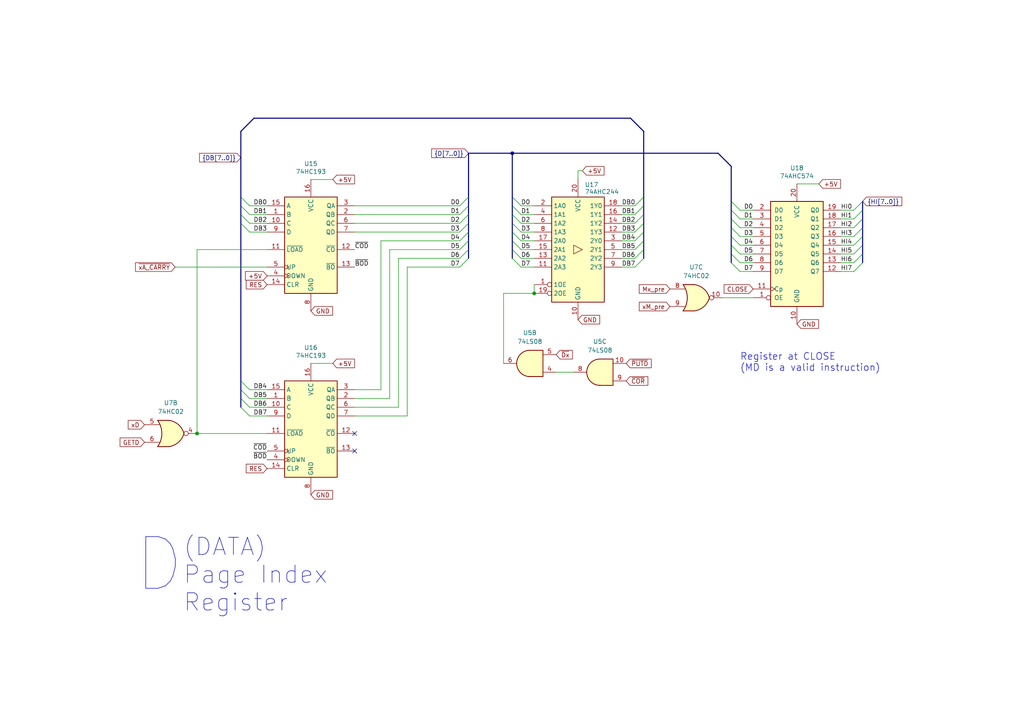
<source format=kicad_sch>
(kicad_sch (version 20231120) (generator "eeschema") (generator_version "8.0")
  (paper "A4")
  (title_block (title "Myth Microcontroller Project") (date "2024-09-21") (rev "1") (company "Picwok.com") (comment 1 "Project Contact: mim@ok-schalter.de (Michael)") (comment 2 "Author: Copyr. 2024 Michael Mangelsdorf/Dosflange@github") (comment 3 "Instruction Decoder Module") (comment 4 "D Register"))
  (lib_symbols
    (symbol "74xx:74AHC244"
      (property "Reference" "U" (at -7.62 16.51 0))
      (property "Value" "74AHC244" (at -7.62 -16.51 0))
      (symbol "74AHC244_1_0"
        (polyline (pts (xy 1.27 0) (xy -1.27 1.27) (xy -1.27 -1.27) (xy 1.27 0)) (stroke (width 0.1524)))
        (pin input inverted (at -12.7 -10.16 0) (length 5.08) (name "1OE") (number "1"))
        (pin power_in line (at 0 -20.32 90) (length 5.08) (name "GND") (number "10"))
        (pin input line (at -12.7 -5.08 0) (length 5.08) (name "2A3") (number "11"))
        (pin tri_state line (at 12.7 5.08 180) (length 5.08) (name "1Y3") (number "12"))
        (pin input line (at -12.7 -2.54 0) (length 5.08) (name "2A2") (number "13"))
        (pin tri_state line (at 12.7 7.62 180) (length 5.08) (name "1Y2") (number "14"))
        (pin input line (at -12.7 0 0) (length 5.08) (name "2A1") (number "15"))
        (pin tri_state line (at 12.7 10.16 180) (length 5.08) (name "1Y1") (number "16"))
        (pin input line (at -12.7 2.54 0) (length 5.08) (name "2A0") (number "17"))
        (pin tri_state line (at 12.7 12.7 180) (length 5.08) (name "1Y0") (number "18"))
        (pin input inverted (at -12.7 -12.7 0) (length 5.08) (name "2OE") (number "19"))
        (pin input line (at -12.7 12.7 0) (length 5.08) (name "1A0") (number "2"))
        (pin power_in line (at 0 20.32 270) (length 5.08) (name "VCC") (number "20"))
        (pin tri_state line (at 12.7 2.54 180) (length 5.08) (name "2Y0") (number "3"))
        (pin input line (at -12.7 10.16 0) (length 5.08) (name "1A1") (number "4"))
        (pin tri_state line (at 12.7 0 180) (length 5.08) (name "2Y1") (number "5"))
        (pin input line (at -12.7 7.62 0) (length 5.08) (name "1A2") (number "6"))
        (pin tri_state line (at 12.7 -2.54 180) (length 5.08) (name "2Y2") (number "7"))
        (pin input line (at -12.7 5.08 0) (length 5.08) (name "1A3") (number "8"))
        (pin tri_state line (at 12.7 -5.08 180) (length 5.08) (name "2Y3") (number "9"))
      )
      (symbol "74AHC244_1_1"
        (rectangle (start -7.62 15.24) (end 7.62 -15.24) (stroke (width 0.254)) (fill (type background)))
      )
    )
    (symbol "74xx:74HC02" (pin_names (offset 1.016))
      (property "Reference" "U" (at 0 1.27 0))
      (property "Value" "74HC02" (at 0 -1.27 0))
      (symbol "74HC02_1_1"
        (arc (start -3.81 -3.81) (mid -2.589 0) (end -3.81 3.81) (stroke (width 0.254)))
        (arc (start -0.6096 -3.81) (mid 2.1842 -2.5851) (end 3.81 0) (stroke (width 0.254)) (fill (type background)))
        (polyline (pts (xy -3.81 -3.81) (xy -0.635 -3.81)) (stroke (width 0.254)) (fill (type background)))
        (polyline (pts (xy -3.81 3.81) (xy -0.635 3.81)) (stroke (width 0.254)) (fill (type background)))
        (polyline (pts (xy -0.635 3.81) (xy -3.81 3.81) (xy -3.81 3.81) (xy -3.556 3.4036) (xy -3.0226 2.2606) (xy -2.6924 1.0414) (xy -2.6162 -0.254) (xy -2.7686 -1.4986) (xy -3.175 -2.7178) (xy -3.81 -3.81) (xy -3.81 -3.81) (xy -0.635 -3.81)) (stroke (width -25.4)) (fill (type background)))
        (arc (start 3.81 0) (mid 2.1915 2.5936) (end -0.6096 3.81) (stroke (width 0.254)) (fill (type background)))
        (pin output inverted (at 7.62 0 180) (length 3.81) (name "~") (number "1"))
        (pin input line (at -7.62 2.54 0) (length 4.318) (name "~") (number "2"))
        (pin input line (at -7.62 -2.54 0) (length 4.318) (name "~") (number "3"))
      )
      (symbol "74HC02_1_2"
        (arc (start 0 -3.81) (mid 3.7934 0) (end 0 3.81) (stroke (width 0.254)) (fill (type background)))
        (polyline (pts (xy 0 3.81) (xy -3.81 3.81) (xy -3.81 -3.81) (xy 0 -3.81)) (stroke (width 0.254)) (fill (type background)))
        (pin output line (at 7.62 0 180) (length 3.81) (name "~") (number "1"))
        (pin input inverted (at -7.62 2.54 0) (length 3.81) (name "~") (number "2"))
        (pin input inverted (at -7.62 -2.54 0) (length 3.81) (name "~") (number "3"))
      )
      (symbol "74HC02_2_1"
        (arc (start -3.81 -3.81) (mid -2.589 0) (end -3.81 3.81) (stroke (width 0.254)))
        (arc (start -0.6096 -3.81) (mid 2.1842 -2.5851) (end 3.81 0) (stroke (width 0.254)) (fill (type background)))
        (polyline (pts (xy -3.81 -3.81) (xy -0.635 -3.81)) (stroke (width 0.254)) (fill (type background)))
        (polyline (pts (xy -3.81 3.81) (xy -0.635 3.81)) (stroke (width 0.254)) (fill (type background)))
        (polyline (pts (xy -0.635 3.81) (xy -3.81 3.81) (xy -3.81 3.81) (xy -3.556 3.4036) (xy -3.0226 2.2606) (xy -2.6924 1.0414) (xy -2.6162 -0.254) (xy -2.7686 -1.4986) (xy -3.175 -2.7178) (xy -3.81 -3.81) (xy -3.81 -3.81) (xy -0.635 -3.81)) (stroke (width -25.4)) (fill (type background)))
        (arc (start 3.81 0) (mid 2.1915 2.5936) (end -0.6096 3.81) (stroke (width 0.254)) (fill (type background)))
        (pin output inverted (at 7.62 0 180) (length 3.81) (name "~") (number "4"))
        (pin input line (at -7.62 2.54 0) (length 4.318) (name "~") (number "5"))
        (pin input line (at -7.62 -2.54 0) (length 4.318) (name "~") (number "6"))
      )
      (symbol "74HC02_2_2"
        (arc (start 0 -3.81) (mid 3.7934 0) (end 0 3.81) (stroke (width 0.254)) (fill (type background)))
        (polyline (pts (xy 0 3.81) (xy -3.81 3.81) (xy -3.81 -3.81) (xy 0 -3.81)) (stroke (width 0.254)) (fill (type background)))
        (pin output line (at 7.62 0 180) (length 3.81) (name "~") (number "4"))
        (pin input inverted (at -7.62 2.54 0) (length 3.81) (name "~") (number "5"))
        (pin input inverted (at -7.62 -2.54 0) (length 3.81) (name "~") (number "6"))
      )
      (symbol "74HC02_3_1"
        (arc (start -3.81 -3.81) (mid -2.589 0) (end -3.81 3.81) (stroke (width 0.254)))
        (arc (start -0.6096 -3.81) (mid 2.1842 -2.5851) (end 3.81 0) (stroke (width 0.254)) (fill (type background)))
        (polyline (pts (xy -3.81 -3.81) (xy -0.635 -3.81)) (stroke (width 0.254)) (fill (type background)))
        (polyline (pts (xy -3.81 3.81) (xy -0.635 3.81)) (stroke (width 0.254)) (fill (type background)))
        (polyline (pts (xy -0.635 3.81) (xy -3.81 3.81) (xy -3.81 3.81) (xy -3.556 3.4036) (xy -3.0226 2.2606) (xy -2.6924 1.0414) (xy -2.6162 -0.254) (xy -2.7686 -1.4986) (xy -3.175 -2.7178) (xy -3.81 -3.81) (xy -3.81 -3.81) (xy -0.635 -3.81)) (stroke (width -25.4)) (fill (type background)))
        (arc (start 3.81 0) (mid 2.1915 2.5936) (end -0.6096 3.81) (stroke (width 0.254)) (fill (type background)))
        (pin output inverted (at 7.62 0 180) (length 3.81) (name "~") (number "10"))
        (pin input line (at -7.62 2.54 0) (length 4.318) (name "~") (number "8"))
        (pin input line (at -7.62 -2.54 0) (length 4.318) (name "~") (number "9"))
      )
      (symbol "74HC02_3_2"
        (arc (start 0 -3.81) (mid 3.7934 0) (end 0 3.81) (stroke (width 0.254)) (fill (type background)))
        (polyline (pts (xy 0 3.81) (xy -3.81 3.81) (xy -3.81 -3.81) (xy 0 -3.81)) (stroke (width 0.254)) (fill (type background)))
        (pin output line (at 7.62 0 180) (length 3.81) (name "~") (number "10"))
        (pin input inverted (at -7.62 2.54 0) (length 3.81) (name "~") (number "8"))
        (pin input inverted (at -7.62 -2.54 0) (length 3.81) (name "~") (number "9"))
      )
      (symbol "74HC02_4_1"
        (arc (start -3.81 -3.81) (mid -2.589 0) (end -3.81 3.81) (stroke (width 0.254)))
        (arc (start -0.6096 -3.81) (mid 2.1842 -2.5851) (end 3.81 0) (stroke (width 0.254)) (fill (type background)))
        (polyline (pts (xy -3.81 -3.81) (xy -0.635 -3.81)) (stroke (width 0.254)) (fill (type background)))
        (polyline (pts (xy -3.81 3.81) (xy -0.635 3.81)) (stroke (width 0.254)) (fill (type background)))
        (polyline (pts (xy -0.635 3.81) (xy -3.81 3.81) (xy -3.81 3.81) (xy -3.556 3.4036) (xy -3.0226 2.2606) (xy -2.6924 1.0414) (xy -2.6162 -0.254) (xy -2.7686 -1.4986) (xy -3.175 -2.7178) (xy -3.81 -3.81) (xy -3.81 -3.81) (xy -0.635 -3.81)) (stroke (width -25.4)) (fill (type background)))
        (arc (start 3.81 0) (mid 2.1915 2.5936) (end -0.6096 3.81) (stroke (width 0.254)) (fill (type background)))
        (pin input line (at -7.62 2.54 0) (length 4.318) (name "~") (number "11"))
        (pin input line (at -7.62 -2.54 0) (length 4.318) (name "~") (number "12"))
        (pin output inverted (at 7.62 0 180) (length 3.81) (name "~") (number "13"))
      )
      (symbol "74HC02_4_2"
        (arc (start 0 -3.81) (mid 3.7934 0) (end 0 3.81) (stroke (width 0.254)) (fill (type background)))
        (polyline (pts (xy 0 3.81) (xy -3.81 3.81) (xy -3.81 -3.81) (xy 0 -3.81)) (stroke (width 0.254)) (fill (type background)))
        (pin input inverted (at -7.62 2.54 0) (length 3.81) (name "~") (number "11"))
        (pin input inverted (at -7.62 -2.54 0) (length 3.81) (name "~") (number "12"))
        (pin output line (at 7.62 0 180) (length 3.81) (name "~") (number "13"))
      )
      (symbol "74HC02_5_0"
        (pin power_in line (at 0 12.7 270) (length 5.08) (name "VCC") (number "14"))
        (pin power_in line (at 0 -12.7 90) (length 5.08) (name "GND") (number "7"))
      )
      (symbol "74HC02_5_1"
        (rectangle (start -5.08 7.62) (end 5.08 -7.62) (stroke (width 0.254)) (fill (type background)))
      )
    )
    (symbol "74xx:74LS08" (pin_names (offset 1.016))
      (property "Reference" "U" (at 0 1.27 0))
      (property "Value" "74LS08" (at 0 -1.27 0))
      (symbol "74LS08_1_1"
        (arc (start 0 -3.81) (mid 3.7934 0) (end 0 3.81) (stroke (width 0.254)) (fill (type background)))
        (polyline (pts (xy 0 3.81) (xy -3.81 3.81) (xy -3.81 -3.81) (xy 0 -3.81)) (stroke (width 0.254)) (fill (type background)))
        (pin input line (at -7.62 2.54 0) (length 3.81) (name "~") (number "1"))
        (pin input line (at -7.62 -2.54 0) (length 3.81) (name "~") (number "2"))
        (pin output line (at 7.62 0 180) (length 3.81) (name "~") (number "3"))
      )
      (symbol "74LS08_1_2"
        (arc (start -3.81 -3.81) (mid -2.589 0) (end -3.81 3.81) (stroke (width 0.254)))
        (arc (start -0.6096 -3.81) (mid 2.1855 -2.584) (end 3.81 0) (stroke (width 0.254)) (fill (type background)))
        (polyline (pts (xy -3.81 -3.81) (xy -0.635 -3.81)) (stroke (width 0.254)) (fill (type background)))
        (polyline (pts (xy -3.81 3.81) (xy -0.635 3.81)) (stroke (width 0.254)) (fill (type background)))
        (polyline (pts (xy -0.635 3.81) (xy -3.81 3.81) (xy -3.81 3.81) (xy -3.556 3.4036) (xy -3.0226 2.2606) (xy -2.6924 1.0414) (xy -2.6162 -0.254) (xy -2.7686 -1.4986) (xy -3.175 -2.7178) (xy -3.81 -3.81) (xy -3.81 -3.81) (xy -0.635 -3.81)) (stroke (width -25.4)) (fill (type background)))
        (arc (start 3.81 0) (mid 2.1928 2.5925) (end -0.6096 3.81) (stroke (width 0.254)) (fill (type background)))
        (pin input inverted (at -7.62 2.54 0) (length 4.318) (name "~") (number "1"))
        (pin input inverted (at -7.62 -2.54 0) (length 4.318) (name "~") (number "2"))
        (pin output inverted (at 7.62 0 180) (length 3.81) (name "~") (number "3"))
      )
      (symbol "74LS08_2_1"
        (arc (start 0 -3.81) (mid 3.7934 0) (end 0 3.81) (stroke (width 0.254)) (fill (type background)))
        (polyline (pts (xy 0 3.81) (xy -3.81 3.81) (xy -3.81 -3.81) (xy 0 -3.81)) (stroke (width 0.254)) (fill (type background)))
        (pin input line (at -7.62 2.54 0) (length 3.81) (name "~") (number "4"))
        (pin input line (at -7.62 -2.54 0) (length 3.81) (name "~") (number "5"))
        (pin output line (at 7.62 0 180) (length 3.81) (name "~") (number "6"))
      )
      (symbol "74LS08_2_2"
        (arc (start -3.81 -3.81) (mid -2.589 0) (end -3.81 3.81) (stroke (width 0.254)))
        (arc (start -0.6096 -3.81) (mid 2.1855 -2.584) (end 3.81 0) (stroke (width 0.254)) (fill (type background)))
        (polyline (pts (xy -3.81 -3.81) (xy -0.635 -3.81)) (stroke (width 0.254)) (fill (type background)))
        (polyline (pts (xy -3.81 3.81) (xy -0.635 3.81)) (stroke (width 0.254)) (fill (type background)))
        (polyline (pts (xy -0.635 3.81) (xy -3.81 3.81) (xy -3.81 3.81) (xy -3.556 3.4036) (xy -3.0226 2.2606) (xy -2.6924 1.0414) (xy -2.6162 -0.254) (xy -2.7686 -1.4986) (xy -3.175 -2.7178) (xy -3.81 -3.81) (xy -3.81 -3.81) (xy -0.635 -3.81)) (stroke (width -25.4)) (fill (type background)))
        (arc (start 3.81 0) (mid 2.1928 2.5925) (end -0.6096 3.81) (stroke (width 0.254)) (fill (type background)))
        (pin input inverted (at -7.62 2.54 0) (length 4.318) (name "~") (number "4"))
        (pin input inverted (at -7.62 -2.54 0) (length 4.318) (name "~") (number "5"))
        (pin output inverted (at 7.62 0 180) (length 3.81) (name "~") (number "6"))
      )
      (symbol "74LS08_3_1"
        (arc (start 0 -3.81) (mid 3.7934 0) (end 0 3.81) (stroke (width 0.254)) (fill (type background)))
        (polyline (pts (xy 0 3.81) (xy -3.81 3.81) (xy -3.81 -3.81) (xy 0 -3.81)) (stroke (width 0.254)) (fill (type background)))
        (pin input line (at -7.62 -2.54 0) (length 3.81) (name "~") (number "10"))
        (pin output line (at 7.62 0 180) (length 3.81) (name "~") (number "8"))
        (pin input line (at -7.62 2.54 0) (length 3.81) (name "~") (number "9"))
      )
      (symbol "74LS08_3_2"
        (arc (start -3.81 -3.81) (mid -2.589 0) (end -3.81 3.81) (stroke (width 0.254)))
        (arc (start -0.6096 -3.81) (mid 2.1855 -2.584) (end 3.81 0) (stroke (width 0.254)) (fill (type background)))
        (polyline (pts (xy -3.81 -3.81) (xy -0.635 -3.81)) (stroke (width 0.254)) (fill (type background)))
        (polyline (pts (xy -3.81 3.81) (xy -0.635 3.81)) (stroke (width 0.254)) (fill (type background)))
        (polyline (pts (xy -0.635 3.81) (xy -3.81 3.81) (xy -3.81 3.81) (xy -3.556 3.4036) (xy -3.0226 2.2606) (xy -2.6924 1.0414) (xy -2.6162 -0.254) (xy -2.7686 -1.4986) (xy -3.175 -2.7178) (xy -3.81 -3.81) (xy -3.81 -3.81) (xy -0.635 -3.81)) (stroke (width -25.4)) (fill (type background)))
        (arc (start 3.81 0) (mid 2.1928 2.5925) (end -0.6096 3.81) (stroke (width 0.254)) (fill (type background)))
        (pin input inverted (at -7.62 -2.54 0) (length 4.318) (name "~") (number "10"))
        (pin output inverted (at 7.62 0 180) (length 3.81) (name "~") (number "8"))
        (pin input inverted (at -7.62 2.54 0) (length 4.318) (name "~") (number "9"))
      )
      (symbol "74LS08_4_1"
        (arc (start 0 -3.81) (mid 3.7934 0) (end 0 3.81) (stroke (width 0.254)) (fill (type background)))
        (polyline (pts (xy 0 3.81) (xy -3.81 3.81) (xy -3.81 -3.81) (xy 0 -3.81)) (stroke (width 0.254)) (fill (type background)))
        (pin output line (at 7.62 0 180) (length 3.81) (name "~") (number "11"))
        (pin input line (at -7.62 2.54 0) (length 3.81) (name "~") (number "12"))
        (pin input line (at -7.62 -2.54 0) (length 3.81) (name "~") (number "13"))
      )
      (symbol "74LS08_4_2"
        (arc (start -3.81 -3.81) (mid -2.589 0) (end -3.81 3.81) (stroke (width 0.254)))
        (arc (start -0.6096 -3.81) (mid 2.1855 -2.584) (end 3.81 0) (stroke (width 0.254)) (fill (type background)))
        (polyline (pts (xy -3.81 -3.81) (xy -0.635 -3.81)) (stroke (width 0.254)) (fill (type background)))
        (polyline (pts (xy -3.81 3.81) (xy -0.635 3.81)) (stroke (width 0.254)) (fill (type background)))
        (polyline (pts (xy -0.635 3.81) (xy -3.81 3.81) (xy -3.81 3.81) (xy -3.556 3.4036) (xy -3.0226 2.2606) (xy -2.6924 1.0414) (xy -2.6162 -0.254) (xy -2.7686 -1.4986) (xy -3.175 -2.7178) (xy -3.81 -3.81) (xy -3.81 -3.81) (xy -0.635 -3.81)) (stroke (width -25.4)) (fill (type background)))
        (arc (start 3.81 0) (mid 2.1928 2.5925) (end -0.6096 3.81) (stroke (width 0.254)) (fill (type background)))
        (pin output inverted (at 7.62 0 180) (length 3.81) (name "~") (number "11"))
        (pin input inverted (at -7.62 2.54 0) (length 4.318) (name "~") (number "12"))
        (pin input inverted (at -7.62 -2.54 0) (length 4.318) (name "~") (number "13"))
      )
      (symbol "74LS08_5_0"
        (pin power_in line (at 0 12.7 270) (length 5.08) (name "VCC") (number "14"))
        (pin power_in line (at 0 -12.7 90) (length 5.08) (name "GND") (number "7"))
      )
      (symbol "74LS08_5_1"
        (rectangle (start -5.08 7.62) (end 5.08 -7.62) (stroke (width 0.254)) (fill (type background)))
      )
    )
    (symbol "74xx:74LS193"
      (property "Reference" "U" (at -7.62 13.97 0))
      (property "Value" "74LS193" (at 5.08 13.97 0))
      (symbol "74LS193_1_0"
        (pin input line (at -12.7 7.62 0) (length 5.08) (name "B") (number "1"))
        (pin input line (at -12.7 5.08 0) (length 5.08) (name "C") (number "10"))
        (pin input line (at -12.7 -2.54 0) (length 5.08) (name "~{LOAD}") (number "11"))
        (pin output line (at 12.7 -2.54 180) (length 5.08) (name "~{CO}") (number "12"))
        (pin output line (at 12.7 -7.62 180) (length 5.08) (name "~{BO}") (number "13"))
        (pin input line (at -12.7 -12.7 0) (length 5.08) (name "CLR") (number "14"))
        (pin input line (at -12.7 10.16 0) (length 5.08) (name "A") (number "15"))
        (pin power_in line (at 0 17.78 270) (length 5.08) (name "VCC") (number "16"))
        (pin output line (at 12.7 7.62 180) (length 5.08) (name "QB") (number "2"))
        (pin output line (at 12.7 10.16 180) (length 5.08) (name "QA") (number "3"))
        (pin input clock (at -12.7 -10.16 0) (length 5.08) (name "DOWN") (number "4"))
        (pin input clock (at -12.7 -7.62 0) (length 5.08) (name "UP") (number "5"))
        (pin output line (at 12.7 5.08 180) (length 5.08) (name "QC") (number "6"))
        (pin output line (at 12.7 2.54 180) (length 5.08) (name "QD") (number "7"))
        (pin power_in line (at 0 -20.32 90) (length 5.08) (name "GND") (number "8"))
        (pin input line (at -12.7 2.54 0) (length 5.08) (name "D") (number "9"))
      )
      (symbol "74LS193_1_1"
        (rectangle (start -7.62 12.7) (end 7.62 -15.24) (stroke (width 0.254)) (fill (type background)))
      )
    )
    (symbol "74xx:74LS574" (pin_names (offset 1.016))
      (property "Reference" "U" (at -7.62 16.51 0))
      (property "Value" "74LS574" (at -7.62 -16.51 0))
      (symbol "74LS574_1_0"
        (pin input inverted (at -12.7 -12.7 0) (length 5.08) (name "OE") (number "1"))
        (pin power_in line (at 0 -20.32 90) (length 5.08) (name "GND") (number "10"))
        (pin input clock (at -12.7 -10.16 0) (length 5.08) (name "Cp") (number "11"))
        (pin tri_state line (at 12.7 -5.08 180) (length 5.08) (name "Q7") (number "12"))
        (pin tri_state line (at 12.7 -2.54 180) (length 5.08) (name "Q6") (number "13"))
        (pin tri_state line (at 12.7 0 180) (length 5.08) (name "Q5") (number "14"))
        (pin tri_state line (at 12.7 2.54 180) (length 5.08) (name "Q4") (number "15"))
        (pin tri_state line (at 12.7 5.08 180) (length 5.08) (name "Q3") (number "16"))
        (pin tri_state line (at 12.7 7.62 180) (length 5.08) (name "Q2") (number "17"))
        (pin tri_state line (at 12.7 10.16 180) (length 5.08) (name "Q1") (number "18"))
        (pin tri_state line (at 12.7 12.7 180) (length 5.08) (name "Q0") (number "19"))
        (pin input line (at -12.7 12.7 0) (length 5.08) (name "D0") (number "2"))
        (pin power_in line (at 0 20.32 270) (length 5.08) (name "VCC") (number "20"))
        (pin input line (at -12.7 10.16 0) (length 5.08) (name "D1") (number "3"))
        (pin input line (at -12.7 7.62 0) (length 5.08) (name "D2") (number "4"))
        (pin input line (at -12.7 5.08 0) (length 5.08) (name "D3") (number "5"))
        (pin input line (at -12.7 2.54 0) (length 5.08) (name "D4") (number "6"))
        (pin input line (at -12.7 0 0) (length 5.08) (name "D5") (number "7"))
        (pin input line (at -12.7 -2.54 0) (length 5.08) (name "D6") (number "8"))
        (pin input line (at -12.7 -5.08 0) (length 5.08) (name "D7") (number "9"))
      )
      (symbol "74LS574_1_1"
        (rectangle (start -7.62 15.24) (end 7.62 -15.24) (stroke (width 0.254)) (fill (type background)))
      )
    )
  )
  (junction (at 57.15 125.73))
  (junction (at 148.59 44.45))
  (junction (at 154.94 85.09))
  (no_connect (at 102.87 130.81))
  (no_connect (at 102.87 125.73))
  (bus_entry (at 247.65 63.5) (size 2.54 -2.54))
  (bus_entry (at 151.13 59.69) (size -2.54 -2.54))
  (bus_entry (at 184.15 59.69) (size 2.54 -2.54))
  (bus_entry (at 247.65 76.2) (size 2.54 -2.54))
  (bus_entry (at 214.63 78.74) (size -2.54 -2.54))
  (bus_entry (at 247.65 73.66) (size 2.54 -2.54))
  (bus_entry (at 151.13 72.39) (size -2.54 -2.54))
  (bus_entry (at 214.63 71.12) (size -2.54 -2.54))
  (bus_entry (at 72.39 62.23) (size -2.54 -2.54))
  (bus_entry (at 214.63 68.58) (size -2.54 -2.54))
  (bus_entry (at 184.15 67.31) (size 2.54 -2.54))
  (bus_entry (at 72.39 118.11) (size -2.54 -2.54))
  (bus_entry (at 247.65 60.96) (size 2.54 -2.54))
  (bus_entry (at 133.35 77.47) (size 2.54 -2.54))
  (bus_entry (at 72.39 64.77) (size -2.54 -2.54))
  (bus_entry (at 184.15 72.39) (size 2.54 -2.54))
  (bus_entry (at 247.65 71.12) (size 2.54 -2.54))
  (bus_entry (at 247.65 78.74) (size 2.54 -2.54))
  (bus_entry (at 184.15 62.23) (size 2.54 -2.54))
  (bus_entry (at 133.35 64.77) (size 2.54 -2.54))
  (bus_entry (at 72.39 59.69) (size -2.54 -2.54))
  (bus_entry (at 214.63 63.5) (size -2.54 -2.54))
  (bus_entry (at 214.63 76.2) (size -2.54 -2.54))
  (bus_entry (at 247.65 66.04) (size 2.54 -2.54))
  (bus_entry (at 72.39 120.65) (size -2.54 -2.54))
  (bus_entry (at 247.65 68.58) (size 2.54 -2.54))
  (bus_entry (at 214.63 66.04) (size -2.54 -2.54))
  (bus_entry (at 184.15 74.93) (size 2.54 -2.54))
  (bus_entry (at 151.13 67.31) (size -2.54 -2.54))
  (bus_entry (at 133.35 59.69) (size 2.54 -2.54))
  (bus_entry (at 133.35 62.23) (size 2.54 -2.54))
  (bus_entry (at 72.39 67.31) (size -2.54 -2.54))
  (bus_entry (at 184.15 69.85) (size 2.54 -2.54))
  (bus_entry (at 133.35 67.31) (size 2.54 -2.54))
  (bus_entry (at 184.15 64.77) (size 2.54 -2.54))
  (bus_entry (at 151.13 64.77) (size -2.54 -2.54))
  (bus_entry (at 133.35 74.93) (size 2.54 -2.54))
  (bus_entry (at 151.13 77.47) (size -2.54 -2.54))
  (bus_entry (at 214.63 60.96) (size -2.54 -2.54))
  (bus_entry (at 133.35 72.39) (size 2.54 -2.54))
  (bus_entry (at 214.63 73.66) (size -2.54 -2.54))
  (bus_entry (at 133.35 69.85) (size 2.54 -2.54))
  (bus_entry (at 184.15 77.47) (size 2.54 -2.54))
  (bus_entry (at 72.39 115.57) (size -2.54 -2.54))
  (bus_entry (at 151.13 69.85) (size -2.54 -2.54))
  (bus_entry (at 72.39 113.03) (size -2.54 -2.54))
  (bus_entry (at 151.13 62.23) (size -2.54 -2.54))
  (bus_entry (at 151.13 74.93) (size -2.54 -2.54))
  (wire (pts (xy 184.15 72.39) (xy 180.34 72.39)))
  (bus (pts (xy 135.89 72.39) (xy 135.89 69.85)))
  (wire (pts (xy 146.05 105.41) (xy 146.05 85.09)))
  (bus (pts (xy 148.59 44.45) (xy 148.59 57.15)))
  (wire (pts (xy 72.39 118.11) (xy 77.47 118.11)))
  (wire (pts (xy 247.65 66.04) (xy 243.84 66.04)))
  (bus (pts (xy 186.69 74.93) (xy 186.69 72.39)))
  (wire (pts (xy 214.63 68.58) (xy 218.44 68.58)))
  (bus (pts (xy 186.69 59.69) (xy 186.69 57.15)))
  (bus (pts (xy 135.89 74.93) (xy 135.89 72.39)))
  (bus (pts (xy 250.19 66.04) (xy 250.19 68.58)))
  (bus (pts (xy 212.09 60.96) (xy 212.09 63.5)))
  (bus (pts (xy 69.85 59.69) (xy 69.85 57.15)))
  (bus (pts (xy 186.69 57.15) (xy 186.69 38.1)))
  (wire (pts (xy 146.05 85.09) (xy 154.94 85.09)))
  (bus (pts (xy 186.69 62.23) (xy 186.69 59.69)))
  (wire (pts (xy 167.64 49.53) (xy 167.64 52.07)))
  (wire (pts (xy 113.03 115.57) (xy 113.03 72.39)))
  (bus (pts (xy 212.09 71.12) (xy 212.09 73.66)))
  (wire (pts (xy 110.49 69.85) (xy 133.35 69.85)))
  (bus (pts (xy 148.59 57.15) (xy 148.59 59.69)))
  (wire (pts (xy 184.15 69.85) (xy 180.34 69.85)))
  (wire (pts (xy 161.29 107.95) (xy 166.37 107.95)))
  (wire (pts (xy 247.65 78.74) (xy 243.84 78.74)))
  (wire (pts (xy 184.15 59.69) (xy 180.34 59.69)))
  (wire (pts (xy 72.39 120.65) (xy 77.47 120.65)))
  (wire (pts (xy 102.87 113.03) (xy 110.49 113.03)))
  (bus (pts (xy 148.59 72.39) (xy 148.59 74.93)))
  (bus (pts (xy 186.69 38.1) (xy 182.88 34.29)))
  (bus (pts (xy 69.85 64.77) (xy 69.85 62.23)))
  (wire (pts (xy 247.65 63.5) (xy 243.84 63.5)))
  (bus (pts (xy 135.89 62.23) (xy 135.89 59.69)))
  (bus (pts (xy 250.19 58.42) (xy 250.19 60.96)))
  (bus (pts (xy 212.09 58.42) (xy 212.09 60.96)))
  (wire (pts (xy 151.13 72.39) (xy 154.94 72.39)))
  (bus (pts (xy 186.69 64.77) (xy 186.69 62.23)))
  (wire (pts (xy 102.87 118.11) (xy 115.57 118.11)))
  (wire (pts (xy 151.13 62.23) (xy 154.94 62.23)))
  (wire (pts (xy 72.39 64.77) (xy 77.47 64.77)))
  (wire (pts (xy 247.65 73.66) (xy 243.84 73.66)))
  (bus (pts (xy 250.19 60.96) (xy 250.19 63.5)))
  (wire (pts (xy 72.39 113.03) (xy 77.47 113.03)))
  (bus (pts (xy 73.66 34.29) (xy 69.85 38.1)))
  (wire (pts (xy 57.15 125.73) (xy 77.47 125.73)))
  (bus (pts (xy 212.09 68.58) (xy 212.09 71.12)))
  (bus (pts (xy 148.59 67.31) (xy 148.59 69.85)))
  (wire (pts (xy 184.15 77.47) (xy 180.34 77.47)))
  (wire (pts (xy 184.15 67.31) (xy 180.34 67.31)))
  (wire (pts (xy 72.39 67.31) (xy 77.47 67.31)))
  (bus (pts (xy 148.59 64.77) (xy 148.59 67.31)))
  (wire (pts (xy 214.63 60.96) (xy 218.44 60.96)))
  (bus (pts (xy 69.85 62.23) (xy 69.85 59.69)))
  (bus (pts (xy 135.89 44.45) (xy 148.59 44.45)))
  (bus (pts (xy 212.09 73.66) (xy 212.09 76.2)))
  (wire (pts (xy 113.03 72.39) (xy 133.35 72.39)))
  (wire (pts (xy 57.15 72.39) (xy 77.47 72.39)))
  (bus (pts (xy 182.88 34.29) (xy 73.66 34.29)))
  (bus (pts (xy 69.85 113.03) (xy 69.85 115.57)))
  (wire (pts (xy 151.13 67.31) (xy 154.94 67.31)))
  (wire (pts (xy 184.15 74.93) (xy 180.34 74.93)))
  (wire (pts (xy 247.65 68.58) (xy 243.84 68.58)))
  (wire (pts (xy 118.11 120.65) (xy 118.11 77.47)))
  (wire (pts (xy 90.17 52.07) (xy 96.52 52.07)))
  (wire (pts (xy 247.65 71.12) (xy 243.84 71.12)))
  (bus (pts (xy 135.89 64.77) (xy 135.89 62.23)))
  (wire (pts (xy 57.15 72.39) (xy 57.15 125.73)))
  (wire (pts (xy 214.63 76.2) (xy 218.44 76.2)))
  (wire (pts (xy 151.13 74.93) (xy 154.94 74.93)))
  (bus (pts (xy 212.09 48.26) (xy 212.09 58.42)))
  (wire (pts (xy 102.87 64.77) (xy 133.35 64.77)))
  (wire (pts (xy 214.63 73.66) (xy 218.44 73.66)))
  (wire (pts (xy 115.57 74.93) (xy 133.35 74.93)))
  (wire (pts (xy 102.87 120.65) (xy 118.11 120.65)))
  (bus (pts (xy 69.85 64.77) (xy 69.85 110.49)))
  (bus (pts (xy 135.89 69.85) (xy 135.89 67.31)))
  (wire (pts (xy 151.13 59.69) (xy 154.94 59.69)))
  (bus (pts (xy 69.85 38.1) (xy 69.85 57.15)))
  (bus (pts (xy 250.19 73.66) (xy 250.19 76.2)))
  (wire (pts (xy 50.8 77.47) (xy 77.47 77.47)))
  (wire (pts (xy 154.94 82.55) (xy 154.94 85.09)))
  (wire (pts (xy 214.63 63.5) (xy 218.44 63.5)))
  (wire (pts (xy 72.39 59.69) (xy 77.47 59.69)))
  (wire (pts (xy 214.63 66.04) (xy 218.44 66.04)))
  (wire (pts (xy 102.87 62.23) (xy 133.35 62.23)))
  (bus (pts (xy 208.28 44.45) (xy 212.09 48.26)))
  (bus (pts (xy 135.89 59.69) (xy 135.89 57.15)))
  (bus (pts (xy 186.69 69.85) (xy 186.69 67.31)))
  (bus (pts (xy 148.59 62.23) (xy 148.59 64.77)))
  (bus (pts (xy 69.85 115.57) (xy 69.85 118.11)))
  (wire (pts (xy 72.39 115.57) (xy 77.47 115.57)))
  (bus (pts (xy 250.19 68.58) (xy 250.19 71.12)))
  (wire (pts (xy 214.63 71.12) (xy 218.44 71.12)))
  (wire (pts (xy 184.15 62.23) (xy 180.34 62.23)))
  (bus (pts (xy 250.19 71.12) (xy 250.19 73.66)))
  (bus (pts (xy 148.59 69.85) (xy 148.59 72.39)))
  (wire (pts (xy 247.65 76.2) (xy 243.84 76.2)))
  (bus (pts (xy 135.89 44.45) (xy 135.89 57.15)))
  (bus (pts (xy 135.89 67.31) (xy 135.89 64.77)))
  (wire (pts (xy 72.39 62.23) (xy 77.47 62.23)))
  (wire (pts (xy 102.87 115.57) (xy 113.03 115.57)))
  (bus (pts (xy 212.09 63.5) (xy 212.09 66.04)))
  (wire (pts (xy 214.63 78.74) (xy 218.44 78.74)))
  (bus (pts (xy 69.85 110.49) (xy 69.85 113.03)))
  (wire (pts (xy 110.49 113.03) (xy 110.49 69.85)))
  (wire (pts (xy 90.17 105.41) (xy 96.52 105.41)))
  (bus (pts (xy 186.69 72.39) (xy 186.69 69.85)))
  (wire (pts (xy 184.15 64.77) (xy 180.34 64.77)))
  (wire (pts (xy 102.87 59.69) (xy 133.35 59.69)))
  (wire (pts (xy 151.13 77.47) (xy 154.94 77.47)))
  (bus (pts (xy 250.19 63.5) (xy 250.19 66.04)))
  (wire (pts (xy 151.13 64.77) (xy 154.94 64.77)))
  (wire (pts (xy 118.11 77.47) (xy 133.35 77.47)))
  (wire (pts (xy 102.87 67.31) (xy 133.35 67.31)))
  (bus (pts (xy 212.09 66.04) (xy 212.09 68.58)))
  (bus (pts (xy 148.59 44.45) (xy 208.28 44.45)))
  (bus (pts (xy 186.69 67.31) (xy 186.69 64.77)))
  (wire (pts (xy 151.13 69.85) (xy 154.94 69.85)))
  (wire (pts (xy 115.57 118.11) (xy 115.57 74.93)))
  (bus (pts (xy 148.59 59.69) (xy 148.59 62.23)))
  (wire (pts (xy 167.64 49.53) (xy 168.91 49.53)))
  (wire (pts (xy 209.55 86.36) (xy 218.44 86.36)))
  (wire (pts (xy 237.49 53.34) (xy 231.14 53.34)))
  (wire (pts (xy 247.65 60.96) (xy 243.84 60.96)))
  (text "(DATA)\nPage Index\nRegister" (at 53.086 177.8 0) (effects (font (size 5 5)) (justify left bottom)))
  (text "Register at CLOSE\n(MD is a valid instruction)" (at 214.63 107.95 0) (effects (font (size 2 2)) (justify left bottom)))
  (text "D" (at 38.608 172.72 0) (effects (font (size 15 15)) (justify left bottom)))
  (label "D0" (at 218.44 60.96 180))
  (label "DB3" (at 180.34 67.31 0))
  (label "DB6" (at 77.47 118.11 180))
  (label "~{COD}" (at 102.87 72.39 0))
  (label "D3" (at 151.13 67.31 0))
  (label "D5" (at 133.35 72.39 180))
  (label "D4" (at 218.44 71.12 180))
  (label "DB2" (at 77.47 64.77 180))
  (label "D7" (at 151.13 77.47 0))
  (label "D6" (at 151.13 74.93 0))
  (label "DB3" (at 77.47 67.31 180))
  (label "HI6" (at 243.84 76.2 0))
  (label "DB5" (at 180.34 72.39 0))
  (label "D2" (at 151.13 64.77 0))
  (label "DB7" (at 77.47 120.65 180))
  (label "HI1" (at 243.84 63.5 0))
  (label "HI5" (at 243.84 73.66 0))
  (label "HI4" (at 243.84 71.12 0))
  (label "HI0" (at 243.84 60.96 0))
  (label "D3" (at 218.44 68.58 180))
  (label "D4" (at 133.35 69.85 180))
  (label "HI3" (at 243.84 68.58 0))
  (label "DB7" (at 180.34 77.47 0))
  (label "DB6" (at 180.34 74.93 0))
  (label "D7" (at 133.35 77.47 180))
  (label "D2" (at 218.44 66.04 180))
  (label "DB2" (at 180.34 64.77 0))
  (label "DB0" (at 180.34 59.69 0))
  (label "DB4" (at 180.34 69.85 0))
  (label "DB1" (at 77.47 62.23 180))
  (label "D6" (at 133.35 74.93 180))
  (label "D5" (at 218.44 73.66 180))
  (label "D0" (at 133.35 59.69 180))
  (label "D0" (at 151.13 59.69 0))
  (label "DB5" (at 77.47 115.57 180))
  (label "DB1" (at 180.34 62.23 0))
  (label "D1" (at 133.35 62.23 180))
  (label "DB4" (at 77.47 113.03 180))
  (label "HI2" (at 243.84 66.04 0))
  (label "D1" (at 151.13 62.23 0))
  (label "D7" (at 218.44 78.74 180))
  (label "D3" (at 133.35 67.31 180))
  (label "D1" (at 218.44 63.5 180))
  (label "D6" (at 218.44 76.2 180))
  (label "DB0" (at 77.47 59.69 180))
  (label "D2" (at 133.35 64.77 180))
  (label "~{BOD}" (at 77.47 133.35 180))
  (label "~{COD}" (at 77.47 130.81 180))
  (label "~{BOD}" (at 102.87 77.47 0))
  (label "HI7" (at 243.84 78.74 0))
  (label "D5" (at 151.13 72.39 0))
  (label "D4" (at 151.13 69.85 0))
  (global_label "+5V" (shape input) (at 96.52 105.41 0) (property "Intersheetrefs" "${INTERSHEET_REFS}" (effects (hide yes))))
  (global_label "~{PUTD}" (shape input) (at 181.61 105.41 0) (property "Intersheetrefs" "${INTERSHEET_REFS}" (effects (hide yes))))
  (global_label "{D[7..0]}" (shape input) (at 135.89 44.45 180) (property "Intersheetrefs" "${INTERSHEET_REFS}" (effects (hide yes))))
  (global_label "GND" (shape input) (at 231.14 93.98 0) (property "Intersheetrefs" "${INTERSHEET_REFS}" (effects (hide yes))))
  (global_label "xD" (shape input) (at 41.91 123.19 180) (property "Intersheetrefs" "${INTERSHEET_REFS}" (effects (hide yes))))
  (global_label "Mx_pre" (shape input) (at 194.31 83.82 180) (property "Intersheetrefs" "${INTERSHEET_REFS}" (effects (hide yes))))
  (global_label "GND" (shape input) (at 167.64 92.71 0) (property "Intersheetrefs" "${INTERSHEET_REFS}" (effects (hide yes))))
  (global_label "+5V" (shape input) (at 96.52 52.07 0) (property "Intersheetrefs" "${INTERSHEET_REFS}" (effects (hide yes))))
  (global_label "+5V" (shape input) (at 77.47 80.01 180) (property "Intersheetrefs" "${INTERSHEET_REFS}" (effects (hide yes))))
  (global_label "~{COR}" (shape input) (at 181.61 110.49 0) (property "Intersheetrefs" "${INTERSHEET_REFS}" (effects (hide yes))))
  (global_label "+5V" (shape input) (at 237.49 53.34 0) (property "Intersheetrefs" "${INTERSHEET_REFS}" (effects (hide yes))))
  (global_label "xM_pre" (shape input) (at 194.31 88.9 180) (property "Intersheetrefs" "${INTERSHEET_REFS}" (effects (hide yes))))
  (global_label "GND" (shape input) (at 90.17 143.51 0) (property "Intersheetrefs" "${INTERSHEET_REFS}" (effects (hide yes))))
  (global_label "{HI[7..0]}" (shape input) (at 250.19 58.42 0) (property "Intersheetrefs" "${INTERSHEET_REFS}" (effects (hide yes))))
  (global_label "~{xA_CARRY}" (shape input) (at 50.8 77.47 180) (property "Intersheetrefs" "${INTERSHEET_REFS}" (effects (hide yes))))
  (global_label "~{Dx}" (shape input) (at 161.29 102.87 0) (property "Intersheetrefs" "${INTERSHEET_REFS}" (effects (hide yes))))
  (global_label "RES" (shape input) (at 77.47 82.55 180) (property "Intersheetrefs" "${INTERSHEET_REFS}" (effects (hide yes))))
  (global_label "GETD" (shape input) (at 41.91 128.27 180) (property "Intersheetrefs" "${INTERSHEET_REFS}" (effects (hide yes))))
  (global_label "{DB[7..0]}" (shape input) (at 69.85 45.72 180) (property "Intersheetrefs" "${INTERSHEET_REFS}" (effects (hide yes))))
  (global_label "CLOSE" (shape input) (at 218.44 83.82 180) (property "Intersheetrefs" "${INTERSHEET_REFS}" (effects (hide yes))))
  (global_label "GND" (shape input) (at 90.17 90.17 0) (property "Intersheetrefs" "${INTERSHEET_REFS}" (effects (hide yes))))
  (global_label "RES" (shape input) (at 77.47 135.89 180) (property "Intersheetrefs" "${INTERSHEET_REFS}" (effects (hide yes))))
  (global_label "+5V" (shape input) (at 168.91 49.53 0) (property "Intersheetrefs" "${INTERSHEET_REFS}" (effects (hide yes))))
  (symbol (lib_id "74xx:74LS08") (at 153.67 105.41 180) (unit 2)
    (property "Reference" "U5" (at 153.6783 96.52 0))
    (property "Value" "74LS08" (at 153.6783 99.06 0))
    (property "Footprint" "Package_DIP:DIP-14_W7.62mm_LongPads" (effects (hide yes)))
    (property "Datasheet" "http://www.ti.com/lit/gpn/sn74LS08" (effects (hide yes)))
    (property "Description" "Quad And2" (effects (hide yes)))
  )
  (symbol (lib_id "74xx:74LS193") (at 90.17 69.85 0) (unit 1)
    (property "Reference" "U15" (at 90.17 47.4726 0))
    (property "Value" "74HC193" (at 90.17 49.784 0))
    (property "Footprint" "Package_DIP:DIP-16_W7.62mm_Socket_LongPads" (effects (hide yes)))
    (property "Datasheet" "https://assets.nexperia.com/documents/data-sheet/74AHC_AHCT04.pdf" (effects (hide yes)))
  )
  (symbol (lib_id "74xx:74HC02") (at 49.53 125.73 0) (unit 2)
    (property "Reference" "U7" (at 49.53 116.84 0))
    (property "Value" "74HC02" (at 49.53 119.38 0))
    (property "Footprint" "Package_DIP:DIP-14_W7.62mm_LongPads" (effects (hide yes)))
    (property "Datasheet" "http://www.ti.com/lit/gpn/sn74hc02" (effects (hide yes)))
    (property "Description" "quad 2-input NOR gate" (effects (hide yes)))
  )
  (symbol (lib_id "74xx:74HC02") (at 201.93 86.36 0) (unit 3)
    (property "Reference" "U7" (at 201.93 77.47 0))
    (property "Value" "74HC02" (at 201.93 80.01 0))
    (property "Footprint" "Package_DIP:DIP-14_W7.62mm_LongPads" (effects (hide yes)))
    (property "Datasheet" "http://www.ti.com/lit/gpn/sn74hc02" (effects (hide yes)))
    (property "Description" "quad 2-input NOR gate" (effects (hide yes)))
  )
  (symbol (lib_id "74xx:74LS08") (at 173.99 107.95 180) (unit 3)
    (property "Reference" "U5" (at 173.9983 99.06 0))
    (property "Value" "74LS08" (at 173.9983 101.6 0))
    (property "Footprint" "Package_DIP:DIP-14_W7.62mm_LongPads" (effects (hide yes)))
    (property "Datasheet" "http://www.ti.com/lit/gpn/sn74LS08" (effects (hide yes)))
    (property "Description" "Quad And2" (effects (hide yes)))
  )
  (symbol (lib_id "74xx:74LS193") (at 90.17 123.19 0) (unit 1)
    (property "Reference" "U16" (at 90.17 100.8126 0))
    (property "Value" "74HC193" (at 90.17 103.124 0))
    (property "Footprint" "Package_DIP:DIP-16_W7.62mm_Socket_LongPads" (effects (hide yes)))
    (property "Datasheet" "http://www.ti.com/lit/ds/symlink/sn74ls193.pdf" (effects (hide yes)))
  )
  (symbol (lib_id "74xx:74AHC244") (at 167.64 72.39 0) (unit 1)
    (property "Reference" "U17" (at 169.5959 53.57 0) (effects (justify left)))
    (property "Value" "74AHC244" (at 169.5959 55.618 0) (effects (justify left)))
    (property "Footprint" "Package_DIP:DIP-20_W7.62mm_Socket_LongPads" (effects (hide yes)))
    (property "Datasheet" "https://assets.nexperia.com/documents/data-sheet/74AHC_AHCT244.pdf" (effects (hide yes)))
  )
  (symbol (lib_id "74xx:74LS574") (at 231.14 73.66 0) (unit 1)
    (property "Reference" "U18" (at 231.14 48.7426 0))
    (property "Value" "74AHC574" (at 231.14 51.054 0))
    (property "Footprint" "Package_DIP:DIP-20_W7.62mm_Socket_LongPads" (effects (hide yes)))
    (property "Datasheet" "http://www.ti.com/lit/gpn/sn74LS574" (effects (hide yes)))
  )
)
</source>
